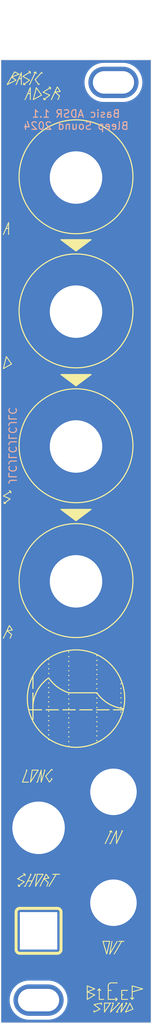
<source format=kicad_pcb>
(kicad_pcb (version 20221018) (generator pcbnew)
  (layers (0 "F.Cu" signal) (31 "B.Cu" signal) (34 "B.Paste" user) (35 "F.Paste" user) (36 "B.SilkS" user "B.Silkscreen") (37 "F.SilkS" user "F.Silkscreen") (38 "B.Mask" user) (39 "F.Mask" user) (44 "Edge.Cuts" user))
  (net 0 "")
  (net 1 "GND")
  (footprint "Synth:Doepfer Mounting hole" (layer "F.Cu") (at 104.5 27.5)
    (fp_text reference "H2" hide)
    (fp_text value "MountingHole")
    (pad "1" thru_hole oval (at 0 0) (size 6.7 4.2) (drill oval 5.5 3) (layers "*.Cu" "*.Mask"))
  )
  (footprint "Synth:Doepfer Mounting hole" (layer "F.Cu") (at 94.5 150)
    (fp_text reference "H1" hide)
    (fp_text value "MountingHole")
    (pad "1" thru_hole oval (at 0 0) (size 6.7 4.2) (drill oval 5.5 3) (layers "*.Cu" "*.Mask"))
  )
  (gr_line (start 92.7 133.2) (end 92.5 133.1) (stroke (width 0.12)) (layer "F.SilkS"))
  (gr_line (start 90.9 26.8) (end 91.9 26.4) (stroke (width 0.12)) (layer "F.SilkS"))
  (gr_line (start 102.6 148.5) (end 102.6 149.9) (stroke (width 0.12)) (layer "F.SilkS"))
  (gr_line (start 94.1 26.1) (end 93.9 26.2) (stroke (width 0.12)) (layer "F.SilkS"))
  (gr_line (start 102.6 148.5) (end 102.4 148.7) (stroke (width 0.12)) (layer "F.SilkS"))
  (gr_line (start 93.25 111.25) (end 105.75 111.25) (stroke (width 0.15) (type dash)) (layer "F.SilkS"))
  (gr_line (start 90.5 46.2) (end 89.8 47.8) (stroke (width 0.12)) (layer "F.SilkS"))
  (gr_line (start 102.6 148.5) (end 102.8 148.7) (stroke (width 0.12)) (layer "F.SilkS"))
  (gr_line (start 94.05 27.125) (end 94.5 27.8) (stroke (width 0.12)) (layer "F.SilkS"))
  (gr_line (start 101 149.9) (end 102 149.3) (stroke (width 0.12)) (layer "F.SilkS"))
  (gr_line (start 93.75 106.75) (end 93.75 112.5) (stroke (width 0.15) (type dash)) (layer "F.SilkS"))
  (gr_line (start 97.3 29.3) (end 97.1 29.8) (stroke (width 0.12)) (layer "F.SilkS"))
  (gr_line (start 90.5 46.2) (end 90.5 47.8) (stroke (width 0.12)) (layer "F.SilkS"))
  (gr_arc (start 92 143.75) (mid 91.646447 143.603553) (end 91.5 143.25) (stroke (width 0.4)) (layer "F.SilkS"))
  (gr_line (start 94.85 119.3) (end 94.35 120.9) (stroke (width 0.12)) (layer "F.SilkS"))
  (gr_line (start 97 143.75) (end 92 143.75) (stroke (width 0.4)) (layer "F.SilkS"))
  (gr_line (start 93.4 28.2) (end 93.4 29.8) (stroke (width 0.12)) (layer "F.SilkS"))
  (gr_line (start 102.284856 104) (end 102.284856 115.75) (stroke (width 0.15) (type dot)) (layer "F.SilkS"))
  (gr_line (start 105 149.9) (end 104.8 150.1) (stroke (width 0.12)) (layer "F.SilkS"))
  (gr_line (start 92.5 27.8) (end 92.7 27.8) (stroke (width 0.12)) (layer "F.SilkS"))
  (gr_poly (pts (xy 99.5 50) (xy 97.5 48.5) (xy 101.5 48.5)) (stroke (width 0.15)) (fill solid) (layer "F.SilkS"))
  (gr_line (start 91.9 26.4) (end 91.3 26.1) (stroke (width 0.12)) (layer "F.SilkS"))
  (gr_line (start 105.6 148.7) (end 105.6 149.9) (stroke (width 0.12)) (layer "F.SilkS"))
  (gr_line (start 104.5 150.4) (end 104.3 150.4) (stroke (width 0.12)) (layer "F.SilkS"))
  (gr_circle (center 99.5 94) (end 107.1 94) (stroke (width 0.15)) (fill none) (layer "F.SilkS"))
  (gr_line (start 103.1 142.15) (end 104 142.15) (stroke (width 0.12)) (layer "F.SilkS"))
  (gr_line (start 96 29.2) (end 95.2 29.8) (stroke (width 0.12)) (layer "F.SilkS"))
  (gr_line (start 93.05 134.1) (end 93.6 134.1) (stroke (width 0.12)) (layer "F.SilkS"))
  (gr_line (start 105.6 149.3) (end 105.8 149.3) (stroke (width 0.12)) (layer "F.SilkS"))
  (gr_line (start 105.7 150.4) (end 105.5 151.6) (stroke (width 0.12)) (layer "F.SilkS"))
  (gr_line (start 94.35 120.9) (end 94.25 120.9) (stroke (width 0.12)) (layer "F.SilkS"))
  (gr_line (start 90.2 64.1) (end 89.8 65.7) (stroke (width 0.12)) (layer "F.SilkS"))
  (gr_line (start 105.6 148.7) (end 106.4 148.7) (stroke (width 0.12)) (layer "F.SilkS"))
  (gr_line (start 90.5 47) (end 90.2 47) (stroke (width 0.12)) (layer "F.SilkS"))
  (gr_line (start 106.7 150.4) (end 107.1 151.2) (stroke (width 0.12)) (layer "F.SilkS"))
  (gr_line (start 104.9 129.1) (end 105.7 127.4) (stroke (width 0.12)) (layer "F.SilkS"))
  (gr_line (start 95.8 134.3) (end 95.6 134.8) (stroke (width 0.12)) (layer "F.SilkS"))
  (gr_line (start 93.4 28.2) (end 92.7 29.8) (stroke (width 0.12)) (layer "F.SilkS"))
  (gr_line (start 95.9 133.7) (end 95.2 133.8) (stroke (width 0.12)) (layer "F.SilkS"))
  (gr_circle (center 99.5 76) (end 107.1 76) (stroke (width 0.15)) (fill none) (layer "F.SilkS"))
  (gr_line (start 107 148.1) (end 108.4 148.5) (stroke (width 0.12)) (layer "F.SilkS"))
  (gr_line (start 96.25 119.2) (end 95.45 120.1) (stroke (width 0.12)) (layer "F.SilkS"))
  (gr_line (start 92.2 27) (end 91.9 27) (stroke (width 0.12)) (layer "F.SilkS"))
  (gr_poly (pts (xy 99.5 68) (xy 97.5 66.5) (xy 101.5 66.5)) (stroke (width 0.15)) (fill solid) (layer "F.SilkS"))
  (gr_line (start 105.2 142.15) (end 105.9 142.15) (stroke (width 0.12)) (layer "F.SilkS"))
  (gr_line (start 104.1 129.1) (end 104 129.1) (stroke (width 0.12)) (layer "F.SilkS"))
  (gr_line (start 104.2 127.4) (end 104.3 127.6) (stroke (width 0.12)) (layer "F.SilkS"))
  (gr_line (start 105.7 150.4) (end 104.9 151.6) (stroke (width 0.12)) (layer "F.SilkS"))
  (gr_line (start 90.8 82.1) (end 90.6 82) (stroke (width 0.12)) (layer "F.SilkS"))
  (gr_line (start 90.8 82.1) (end 90.8 82.3) (stroke (width 0.12)) (layer "F.SilkS"))
  (gr_line (start 94.9 26.175) (end 95 26.275) (stroke (width 0.12)) (layer "F.SilkS"))
  (gr_line (start 92.7 133.2) (end 91.7 133.8) (stroke (width 0.12)) (layer "F.SilkS"))
  (gr_line (start 93.65 119.3) (end 94.45 119.3) (stroke (width 0.12)) (layer "F.SilkS"))
  (gr_line (start 94.0875 134.8) (end 94.3125 133.2) (stroke (width 0.12)) (layer "F.SilkS"))
  (gr_line (start 94.9 29.2) (end 94.2 28.2) (stroke (width 0.12)) (layer "F.SilkS"))
  (gr_line (start 93.3 27.8) (end 94.1 26.1) (stroke (width 0.12)) (layer "F.SilkS"))
  (gr_line (start 98.534856 103.5) (end 98.534856 116.25) (stroke (width 0.15) (type dot)) (layer "F.SilkS"))
  (gr_line (start 92.2 26.2) (end 92.2 27.8) (stroke (width 0.12)) (layer "F.SilkS"))
  (gr_line (start 105 149.9) (end 104.8 149.7) (stroke (width 0.12)) (layer "F.SilkS"))
  (gr_line (start 93.3 27.2) (end 92.5 27.8) (stroke (width 0.12)) (layer "F.SilkS"))
  (gr_line (start 93.5 133.2) (end 92.7 134.8) (stroke (width 0.12)) (layer "F.SilkS"))
  (gr_line (start 106.3 150.4) (end 106.1 150.4) (stroke (width 0.12)) (layer "F.SilkS"))
  (gr_arc (start 91.5 138.25) (mid 91.646447 137.896447) (end 92 137.75) (stroke (width 0.4)) (layer "F.SilkS"))
  (gr_line (start 97 28.1) (end 96.2 29.8) (stroke (width 0.12)) (layer "F.SilkS"))
  (gr_line (start 104.2 127.4) (end 104 127.5) (stroke (width 0.12)) (layer "F.SilkS"))
  (gr_line (start 102.9 150.4) (end 101.9 150.6) (stroke (width 0.12)) (layer "F.SilkS"))
  (gr_arc (start 103.8 148.1) (mid 103.917157 147.817157) (end 104.2 147.7) (stroke (width 0.12)) (layer "F.SilkS"))
  (gr_line (start 108.4 148.5) (end 107 148.9) (stroke (width 0.12)) (layer "F.SilkS"))
  (gr_arc (start 93.750001 111.25) (mid 94.245634 108.848589) (end 95.850477 106.9947) (stroke (width 0.15)) (layer "F.SilkS"))
  (gr_line (start 103.4 129.1) (end 104.2 127.4) (stroke (width 0.12)) (layer "F.SilkS"))
  (gr_line (start 90.9 101.2) (end 90.7 101.7) (stroke (width 0.12)) (layer "F.SilkS"))
  (gr_arc (start 98.534856 108.97939) (mid 97.03179 108.210042) (end 95.854122 107.000001) (stroke (width 0.15)) (layer "F.SilkS"))
  (gr_line (start 95.5 133.2) (end 95.9 133.7) (stroke (width 0.12)) (layer "F.SilkS"))
  (gr_line (start 94.2 28.2) (end 93.8 29.8) (stroke (width 0.12)) (layer "F.SilkS"))
  (gr_line (start 92.95 119.3) (end 92.85 119.3) (stroke (width 0.12)) (layer "F.SilkS"))
  (gr_line (start 94.1 133.2) (end 94 133.2) (stroke (width 0.12)) (layer "F.SilkS"))
  (gr_line (start 96.1 28.2) (end 96.1 28.4) (stroke (width 0.12)) (layer "F.SilkS"))
  (gr_line (start 94.45 119.3) (end 93.425 120.9) (stroke (width 0.12)) (layer "F.SilkS"))
  (gr_line (start 95.2 133.8) (end 95.8 134.3) (stroke (width 0.12)) (layer "F.SilkS"))
  (gr_line (start 91.8 134.8) (end 91.8 134.6) (stroke (width 0.12)) (layer "F.SilkS"))
  (gr_line (start 96.2 120.4) (end 96.3 120.5) (stroke (width 0.12)) (layer "F.SilkS"))
  (gr_line (start 97 28.1) (end 97.4 28.7) (stroke (width 0.12)) (layer "F.SilkS"))
  (gr_line (start 90.9 65.1) (end 90.2 64.1) (stroke (width 0.12)) (layer "F.SilkS"))
  (gr_line (start 102.9 150.4) (end 102.9 150.6) (stroke (width 0.12)) (layer "F.SilkS"))
  (gr_line (start 90.3 100.7) (end 90.9 101.2) (stroke (width 0.12)) (layer "F.SilkS"))
  (gr_line (start 90.3 27.8) (end 91.5 27.2) (stroke (width 0.12)) (layer "F.SilkS"))
  (gr_line (start 91.7 133.8) (end 92.6 134.2) (stroke (width 0.12)) (layer "F.SilkS"))
  (gr_line (start 93.4 26.1) (end 92.4 26.7) (stroke (width 0.12)) (layer "F.SilkS"))
  (gr_line (start 107 149.9) (end 107.2 149.7) (stroke (width 0.12)) (layer "F.SilkS"))
  (gr_line (start 94.3125 133.2) (end 95.1125 133.2) (stroke (width 0.12)) (layer "F.SilkS"))
  (gr_line (start 103.8 149.9) (end 105 149.9) (stroke (width 0.12)) (layer "F.SilkS"))
  (gr_line (start 94.85 119.3) (end 94.85 120.9) (stroke (width 0.12)) (layer "F.SilkS"))
  (gr_line (start 94.1 133.2) (end 93.3 134.8) (stroke (width 0.12)) (layer "F.SilkS"))
  (gr_line (start 91 100.6) (end 90.3 100.7) (stroke (width 0.12)) (layer "F.SilkS"))
  (gr_line (start 95.2 29.8) (end 95.2 29.6) (stroke (width 0.12)) (layer "F.SilkS"))
  (gr_line (start 95.95 120.9) (end 96.3 120.5) (stroke (width 0.12)) (layer "F.SilkS"))
  (gr_line (start 92.4 26.7) (end 93.3 27.2) (stroke (width 0.12)) (layer "F.SilkS"))
  (gr_line (start 106.7 150.4) (end 106.1 151.6) (stroke (width 0.12)) (layer "F.SilkS"))
  (gr_line (start 107 148.1) (end 107 149.9) (stroke (width 0.12)) (layer "F.SilkS"))
  (gr_line (start 102.7 151.2) (end 101.9 151.6) (stroke (width 0.12)) (layer "F.SilkS"))
  (gr_line (start 96.25 119.2) (end 96.35 119.3) (stroke (width 0.12)) (layer "F.SilkS"))
  (gr_line (start 103.8 148.7) (end 104.2 148.7) (stroke (width 0.12)) (layer "F.SilkS"))
  (gr_line (start 104.1 150.4) (end 103.3 150.4) (stroke (width 0.12)) (layer "F.SilkS"))
  (gr_line (start 95.2 29.8) (end 95.4 29.8) (stroke (width 0.12)) (layer "F.SilkS"))
  (gr_line (start 92.7 133.2) (end 92.7 133.4) (stroke (width 0.12)) (layer "F.SilkS"))
  (gr_line (start 92.2 26.2) (end 91.5 27.8) (stroke (width 0.12)) (layer "F.SilkS"))
  (gr_line (start 93.5 133.2) (end 93.4 133.2) (stroke (width 0.12)) (layer "F.SilkS"))
  (gr_line (start 90.6 100) (end 89.8 101.7) (stroke (width 0.12)) (layer "F.SilkS"))
  (gr_line (start 93.3 134.8) (end 93.2 134.8) (stroke (width 0.12)) (layer "F.SilkS"))
  (gr_line (start 105.5 107.75) (end 105.5 112.25) (stroke (width 0.15) (type dot)) (layer "F.SilkS"))
  (gr_line (start 95.35 119.3) (end 94.85 120.9) (stroke (width 0.12)) (layer "F.SilkS"))
  (gr_line (start 104 143.85) (end 105 142.15) (stroke (width 0.12)) (layer "F.SilkS"))
  (gr_line (start 94.1 26.1) (end 94.2 26.3) (stroke (width 0.12)) (layer "F.SilkS"))
  (gr_poly (pts (xy 99.5 86) (xy 97.5 84.5) (xy 101.5 84.5)) (stroke (width 0.15)) (fill solid) (layer "F.SilkS"))
  (gr_line (start 106.1 151.6) (end 107.1 151.2) (stroke (width 0.12)) (layer "F.SilkS"))
  (gr_line (start 106.8 149.7) (end 107 149.9) (stroke (width 0.12)) (layer "F.SilkS"))
  (gr_line (start 89.9 83.7) (end 89.9 83.5) (stroke (width 0.12)) (layer "F.SilkS"))
  (gr_line (start 95.5 133.2) (end 94.7 134.8) (stroke (width 0.12)) (layer "F.SilkS"))
  (gr_line (start 95.854122 104.5) (end 95.854122 115.25) (stroke (width 0.15) (type dot)) (layer "F.SilkS"))
  (gr_line (start 103.3 150.4) (end 103.3 151.6) (stroke (width 0.12)) (layer "F.SilkS"))
  (gr_line (start 96.4 133.2) (end 97.3 133.2) (stroke (width 0.12)) (layer "F.SilkS"))
  (gr_circle (center 99.5 40.1) (end 107.1 40.1) (stroke (width 0.15)) (fill none) (layer "F.SilkS"))
  (gr_line (start 105.3 150.4) (end 105.1 150.4) (stroke (width 0.12)) (layer "F.SilkS"))
  (gr_line (start 103.8 148.1) (end 103.8 149.9) (stroke (width 0.12)) (layer "F.SilkS"))
  (gr_line (start 91.5 138.25) (end 91.5 143.25) (stroke (width 0.4)) (layer "F.SilkS"))
  (gr_arc (start 97 137.75) (mid 97.353553 137.896447) (end 97.5 138.25) (stroke (width 0.4)) (layer "F.SilkS"))
  (gr_line (start 92.95 119.3) (end 92.35 120.9) (stroke (width 0.12)) (layer "F.SilkS"))
  (gr_line (start 96.7 28.8) (end 97.3 29.3) (stroke (width 0.12)) (layer "F.SilkS"))
  (gr_line (start 95.1 28.8) (end 96 29.2) (stroke (width 0.12)) (layer "F.SilkS"))
  (gr_line (start 93.4 26.1) (end 93.2 26) (stroke (width 0.12)) (layer "F.SilkS"))
  (gr_line (start 101 148.9) (end 102 148.5) (stroke (width 0.12)) (layer "F.SilkS"))
  (gr_line (start 93.8 29.8) (end 94.9 29.2) (stroke (width 0.12)) (layer "F.SilkS"))
  (gr_line (start 105.7 127.4) (end 105.6 127.4) (stroke (width 0.12)) (layer "F.SilkS"))
  (gr_line (start 97.4 28.7) (end 96.7 28.8) (stroke (width 0.12)) (layer "F.SilkS"))
  (gr_line (start 101.9 151.6) (end 101.9 151.4) (stroke (width 0.12)) (layer "F.SilkS"))
  (gr_line (start 94.5 27.8) (end 94.6 27.7) (stroke (width 0.12)) (layer "F.SilkS"))
  (gr_line (start 103.3 151.6) (end 104.1 150.4) (stroke (width 0.12)) (layer "F.SilkS"))
  (gr_line (start 95.1125 133.2) (end 94.0875 134.8) (stroke (width 0.12)) (layer "F.SilkS"))
  (gr_line (start 94.9 26.175) (end 94.05 27.125) (stroke (width 0.12)) (layer "F.SilkS"))
  (gr_line (start 104.1 151.6) (end 105.3 150.4) (stroke (width 0.12)) (layer "F.SilkS"))
  (gr_line (start 89.8 82.7) (end 90.7 83.1) (stroke (width 0.12)) (layer "F.SilkS"))
  (gr_line (start 92.7 134.8) (end 92.6 134.8) (stroke (width 0.12)) (layer "F.SilkS"))
  (gr_line (start 89.8 65.7) (end 90.9 65.1) (stroke (width 0.12)) (layer "F.SilkS"))
  (gr_line (start 104.1 129.1) (end 104.9 127.4) (stroke (width 0.12)) (layer "F.SilkS"))
  (gr_line (start 90.7 83.1) (end 89.9 83.7) (stroke (width 0.12)) (layer "F.SilkS"))
  (gr_line (start 104 142.15) (end 103.6 143.85) (stroke (width 0.12)) (layer "F.SilkS"))
  (gr_arc (start 105.753231 111.081095) (mid 103.796657 110.39724) (end 102.284857 108.97939) (stroke (width 0.15)) (layer "F.SilkS"))
  (gr_line (start 95.35 119.3) (end 95.25 119.3) (stroke (width 0.12)) (layer "F.SilkS"))
  (gr_line (start 95.45 120.1) (end 95.95 120.9) (stroke (width 0.12)) (layer "F.SilkS"))
  (gr_line (start 101 148.1) (end 101 149.9) (stroke (width 0.12)) (layer "F.SilkS"))
  (gr_line (start 102.6 149.9) (end 103.2 149.9) (stroke (width 0.12)) (layer "F.SilkS"))
  (gr_line (start 104.9 151.6) (end 105.1 151.6) (stroke (width 0.12)) (layer "F.SilkS"))
  (gr_line (start 105.6 149.9) (end 106.4 149.9) (stroke (width 0.12)) (layer "F.SilkS"))
  (gr_line (start 91.8 134.8) (end 92 134.8) (stroke (width 0.12)) (layer "F.SilkS"))
  (gr_line (start 90.6 100) (end 91 100.6) (stroke (width 0.12)) (layer "F.SilkS"))
  (gr_line (start 103.6 143.85) (end 103.1 142.15) (stroke (width 0.12)) (layer "F.SilkS"))
  (gr_circle (center 99.5 109.75) (end 106 109.75) (stroke (width 0.15)) (fill none) (layer "F.SilkS"))
  (gr_line (start 91.3 26.1) (end 90.3 27.8) (stroke (width 0.12)) (layer "F.SilkS"))
  (gr_line (start 91.5 27.2) (end 90.9 26.8) (stroke (width 0.12)) (layer "F.SilkS"))
  (gr_line (start 101.9 150.6) (end 102.7 151.2) (stroke (width 0.12)) (layer "F.SilkS"))
  (gr_line (start 104.5 150.4) (end 104.1 151.6) (stroke (width 0.12)) (layer "F.SilkS"))
  (gr_arc (start 97.5 143.25) (mid 97.353553 143.603553) (end 97 143.75) (stroke (width 0.4)) (layer "F.SilkS"))
  (gr_line (start 97.5 138.25) (end 97.5 143.25) (stroke (width 0.4)) (layer "F.SilkS"))
  (gr_line (start 104.9 127.4) (end 104.9 129.1) (stroke (width 0.12)) (layer "F.SilkS"))
  (gr_line (start 92.35 120.9) (end 93.15 120.9) (stroke (width 0.12)) (layer "F.SilkS"))
  (gr_line (start 105.5 151.6) (end 106.3 150.4) (stroke (width 0.12)) (layer "F.SilkS"))
  (gr_line (start 96.1 28.2) (end 95.9 28.1) (stroke (width 0.12)) (layer "F.SilkS"))
  (gr_line (start 92.6 134.2) (end 91.8 134.8) (stroke (width 0.12)) (layer "F.SilkS"))
  (gr_line (start 104.3 142.15) (end 104 143.85) (stroke (width 0.12)) (layer "F.SilkS"))
  (gr_line (start 96.85 133.2) (end 95.9 134.8) (stroke (width 0.12)) (layer "F.SilkS"))
  (gr_line (start 107 149.9) (end 107 149.7) (stroke (width 0.12)) (layer "F.SilkS"))
  (gr_line (start 90.8 82.1) (end 89.8 82.7) (stroke (width 0.12)) (layer "F.SilkS"))
  (gr_line (start 93.4 29) (end 93.1 29) (stroke (width 0.12)) (layer "F.SilkS"))
  (gr_line (start 92 137.75) (end 97 137.75) (stroke (width 0.4)) (layer "F.SilkS"))
  (gr_line (start 93.4 26.1) (end 93.4 26.3) (stroke (width 0.12)) (layer "F.SilkS"))
  (gr_circle (center 99.5 58) (end 107.1 58) (stroke (width 0.15)) (fill none) (layer "F.SilkS"))
  (gr_line (start 104.2 147.7) (end 105 147.7) (stroke (width 0.12)) (layer "F.SilkS"))
  (gr_line (start 98.534856 108.97939) (end 102.284856 108.97939) (stroke (width 0.15)) (layer "F.SilkS"))
  (gr_line (start 93.425 120.9) (end 93.65 119.3) (stroke (width 0.12)) (layer "F.SilkS"))
  (gr_line (start 105.6 142.15) (end 104.6 143.85) (stroke (width 0.12)) (layer "F.SilkS"))
  (gr_line (start 89.9 83.7) (end 90.1 83.7) (stroke (width 0.12)) (layer "F.SilkS"))
  (gr_line (start 102 148.5) (end 101 148.1) (stroke (width 0.12)) (layer "F.SilkS"))
  (gr_line (start 102 149.3) (end 101 148.9) (stroke (width 0.12)) (layer "F.SilkS"))
  (gr_line (start 96.1 28.2) (end 95.1 28.8) (stroke (width 0.12)) (layer "F.SilkS"))
  (gr_line (start 92.5 27.8) (end 92.5 27.6) (stroke (width 0.12)) (layer "F.SilkS"))
  (gr_line (start 109.5 153) (end 89.5 153) (stroke (width 0.05)) (layer "Edge.Cuts"))
  (gr_line (start 89.5 24.5) (end 89.5 153) (stroke (width 0.05)) (layer "Edge.Cuts"))
  (gr_line (start 109.5 24.5) (end 109.5 153) (stroke (width 0.05)) (layer "Edge.Cuts"))
  (gr_line (start 89.5 24.5) (end 109.5 24.5) (stroke (width 0.05)) (layer "Edge.Cuts"))
  (gr_text "Basic ADSR 1.1\nBleep Sound 2024" (at 99.5 32.5) (layer "B.SilkS") (effects (font (size 1 1)) (justify mirror)))
  (gr_text "JLCJLCJLCJLC\n" (at 91 76 -90) (layer "B.SilkS") (effects (font (size 1 1)) (justify mirror)))
  (via (at 94.5 127) (size 8) (drill 7) (layers "F.Cu" "B.Cu") (net 1))
  (via (at 104.5 122.2) (size 8) (drill 6.2) (layers "F.Cu" "B.Cu") (net 1))
  (via (at 99.5 76.1) (size 8) (drill 7) (layers "F.Cu" "B.Cu") (net 1))
  (via (at 99.5 94.1) (size 8) (drill 7) (layers "F.Cu" "B.Cu") (net 1))
  (via (at 99.5 58.1) (size 8) (drill 7) (layers "F.Cu" "B.Cu") (net 1))
  (via (at 99.5 40.2) (size 8) (drill 7) (layers "F.Cu" "B.Cu") (net 1))
  (via (at 104.5 137) (size 8) (drill 6.2) (layers "F.Cu" "B.Cu") (net 1))
  (zone (net 0) (net_name "") (layers "F&B.Cu") (connect_pads (clearance 0)) (min_thickness 0.254)
    (keepout (tracks not_allowed) (vias not_allowed) (pads allowed) (copperpour not_allowed) (footprints allowed))
    (fill (thermal_gap 0.508) (thermal_bridge_width 0.508))
    (polygon (pts (xy 97 143.25) (xy 92 143.25) (xy 92 138.25) (xy 97 138.25)))
  )
  (zone (net 1) (net_name "GND") (layer "B.Cu") (priority 2) (connect_pads (clearance 0.508)) (min_thickness 0.25) (fill yes (thermal_gap 0.5) (thermal_bridge_width 0.5))
    (polygon (pts (xy 89.5 24.5) (xy 109.5 24.5) (xy 109.5 153) (xy 89.5 153)))
  )
)
</source>
